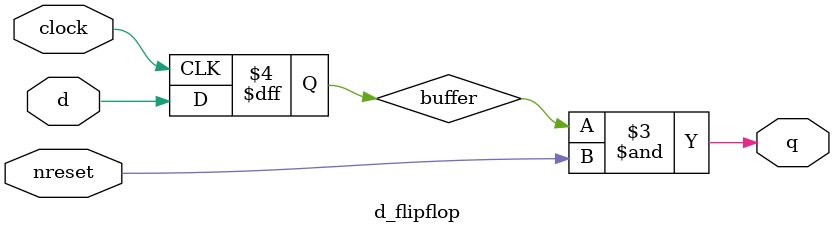
<source format=v>
`timescale 1ns / 1ns
module d_flipflop(
    output reg q,
    input clock,
    input nreset,
    input d
    );
    
reg buffer;

always @(posedge clock)
begin
    buffer = d;
end

// Asynchronous reset (active low)
always @(buffer or nreset)
begin
   q = buffer & nreset; 
end
    
endmodule

</source>
